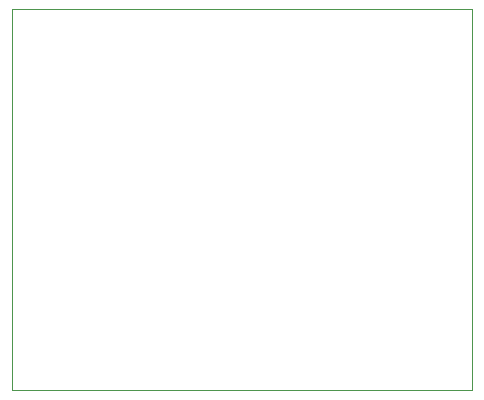
<source format=gm1>
G04 #@! TF.GenerationSoftware,KiCad,Pcbnew,(5.1.0)-1*
G04 #@! TF.CreationDate,2021-03-18T21:34:57+01:00*
G04 #@! TF.ProjectId,Atari OSS Cartridge internal,41746172-6920-44f5-9353-204361727472,rev?*
G04 #@! TF.SameCoordinates,Original*
G04 #@! TF.FileFunction,Profile,NP*
%FSLAX46Y46*%
G04 Gerber Fmt 4.6, Leading zero omitted, Abs format (unit mm)*
G04 Created by KiCad (PCBNEW (5.1.0)-1) date 2021-03-18 21:34:57*
%MOMM*%
%LPD*%
G04 APERTURE LIST*
%ADD10C,0.050000*%
G04 APERTURE END LIST*
D10*
X108254800Y-116763800D02*
X108254800Y-84531200D01*
X147243800Y-116763800D02*
X108254800Y-116763800D01*
X147243800Y-84531200D02*
X147243800Y-116763800D01*
X108254800Y-84531200D02*
X147243800Y-84531200D01*
M02*

</source>
